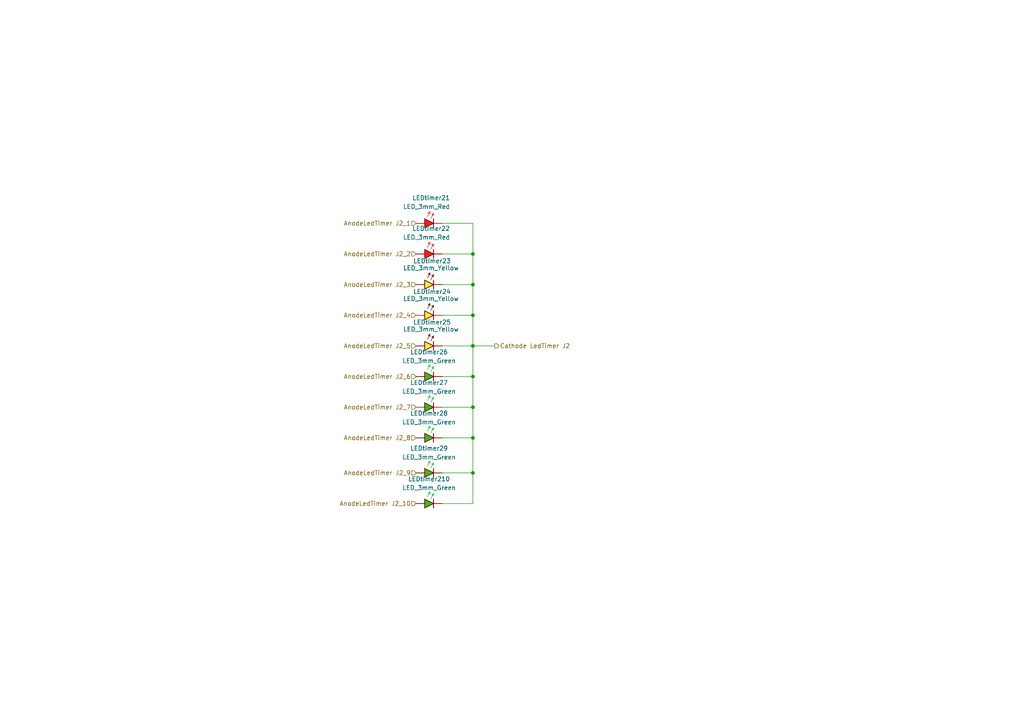
<source format=kicad_sch>
(kicad_sch (version 20231120) (generator "eeschema") (generator_version "8.0")
  (paper "A4")
  (lib_symbols
    (symbol "PCM_LED_AKL:LED_3mm_Green" (pin_numbers hide) (pin_names (offset 1.016) hide)
      (property "Reference" "LED" (at 0 7.62 0))
      (property "Value" "LED_3mm_Green" (at 0 5.08 0))
      (symbol "LED_3mm_Green_0_1"
        (polyline (pts (xy -0.508 1.905) (xy 0.254 3.429)) (stroke (width 0.1524) (color 30 200 30 1)))
        (polyline (pts (xy 0.508 1.397) (xy 1.27 2.921)) (stroke (width 0.1524) (color 30 200 30 1)))
        (polyline (pts (xy 1.27 1.27) (xy 1.27 -1.27)) (stroke (width 0.254)))
        (polyline (pts (xy -1.27 1.27) (xy -1.27 -1.27) (xy 1.27 0) (xy -1.27 1.27)) (stroke (width 0.254)) (fill (type color) (color 30 200 30 1)))
        (polyline (pts (xy 0.254 2.794) (xy -0.254 3.048) (xy 0.254 3.429) (xy 0.254 2.794)) (stroke (width 0) (color 30 200 30 1)) (fill (type outline)))
        (polyline (pts (xy 1.27 2.286) (xy 0.762 2.54) (xy 1.27 2.921) (xy 1.27 2.286)) (stroke (width 0.1524) (color 30 200 30 1)) (fill (type outline)))
      )
      (symbol "LED_3mm_Green_0_2"
        (polyline (pts (xy -2.54 -2.54) (xy -0.889 -0.889)))
        (polyline (pts (xy -1.651 0.889) (xy -2.159 2.413)) (stroke (width 0) (color 30 200 30 1)))
        (polyline (pts (xy -0.508 1.27) (xy -1.016 2.794)) (stroke (width 0) (color 30 200 30 1)))
        (polyline (pts (xy 0 1.778) (xy 1.778 0)) (stroke (width 0.254)))
        (polyline (pts (xy 0.889 0.889) (xy 2.54 2.54)))
        (polyline (pts (xy -0.889 -0.889) (xy -1.778 0) (xy 0.889 0.889) (xy 0 -1.778) (xy -0.889 -0.889)) (stroke (width 0.254)) (fill (type color) (color 30 200 30 1)))
      )
      (symbol "LED_3mm_Green_1_1"
        (pin passive line (at 3.81 0 180) (length 2.54) (name "K") (number "1"))
        (pin passive line (at -3.81 0 0) (length 2.54) (name "A") (number "2"))
      )
      (symbol "LED_3mm_Green_1_2"
        (polyline (pts (xy -2.159 2.413) (xy -2.286 1.778) (xy -1.6764 1.9812) (xy -2.159 2.413)) (stroke (width 0) (color 30 200 30 1)) (fill (type outline)))
        (polyline (pts (xy -1.016 2.794) (xy -1.143 2.159) (xy -0.5334 2.3622) (xy -1.016 2.794)) (stroke (width 0) (color 30 200 30 1)) (fill (type outline)))
        (pin passive line (at 2.54 2.54 180) (length 0) (name "K") (number "1"))
        (pin passive line (at -2.54 -2.54 0) (length 0) (name "A") (number "2"))
      )
    )
    (symbol "PCM_LED_AKL:LED_3mm_Red" (pin_numbers hide) (pin_names (offset 1.016) hide)
      (property "Reference" "LED" (at 0 7.62 0))
      (property "Value" "LED_3mm_Red" (at 0 5.08 0))
      (symbol "LED_3mm_Red_0_1"
        (polyline (pts (xy -0.508 1.905) (xy 0.254 3.429)) (stroke (width 0.1524) (color 240 30 30 1)))
        (polyline (pts (xy 0.508 1.397) (xy 1.27 2.921)) (stroke (width 0.1524) (color 240 30 30 1)))
        (polyline (pts (xy 1.27 1.27) (xy 1.27 -1.27)) (stroke (width 0.254)))
        (polyline (pts (xy -1.27 1.27) (xy -1.27 -1.27) (xy 1.27 0) (xy -1.27 1.27)) (stroke (width 0.254)) (fill (type color) (color 240 30 30 1)))
        (polyline (pts (xy 0.254 2.794) (xy -0.254 3.048) (xy 0.254 3.429) (xy 0.254 2.794)) (stroke (width 0) (color 240 30 30 1)) (fill (type outline)))
        (polyline (pts (xy 1.27 2.286) (xy 0.762 2.54) (xy 1.27 2.921) (xy 1.27 2.286)) (stroke (width 0.1524) (color 240 30 30 1)) (fill (type outline)))
      )
      (symbol "LED_3mm_Red_0_2"
        (polyline (pts (xy -2.54 -2.54) (xy -0.889 -0.889)))
        (polyline (pts (xy -1.651 0.889) (xy -2.159 2.413)) (stroke (width 0) (color 240 30 30 1)))
        (polyline (pts (xy -0.508 1.27) (xy -1.016 2.794)) (stroke (width 0) (color 240 30 30 1)))
        (polyline (pts (xy 0 1.778) (xy 1.778 0)) (stroke (width 0.254)))
        (polyline (pts (xy 0.889 0.889) (xy 2.54 2.54)))
        (polyline (pts (xy -0.889 -0.889) (xy -1.778 0) (xy 0.889 0.889) (xy 0 -1.778) (xy -0.889 -0.889)) (stroke (width 0.254)) (fill (type color) (color 240 30 30 1)))
      )
      (symbol "LED_3mm_Red_1_1"
        (pin passive line (at 3.81 0 180) (length 2.54) (name "K") (number "1"))
        (pin passive line (at -3.81 0 0) (length 2.54) (name "A") (number "2"))
      )
      (symbol "LED_3mm_Red_1_2"
        (polyline (pts (xy -2.159 2.413) (xy -2.286 1.778) (xy -1.6764 1.9812) (xy -2.159 2.413)) (stroke (width 0) (color 240 30 30 1)) (fill (type outline)))
        (polyline (pts (xy -1.016 2.794) (xy -1.143 2.159) (xy -0.5334 2.3622) (xy -1.016 2.794)) (stroke (width 0) (color 240 30 30 1)) (fill (type outline)))
        (pin passive line (at 2.54 2.54 180) (length 0) (name "K") (number "1"))
        (pin passive line (at -2.54 -2.54 0) (length 0) (name "A") (number "2"))
      )
    )
    (symbol "PCM_LED_AKL:LED_3mm_Yellow" (pin_numbers hide) (pin_names (offset 1.016) hide)
      (property "Reference" "LED" (at 0 7.62 0))
      (property "Value" "LED_3mm_Yellow" (at 0 5.08 0))
      (symbol "LED_3mm_Yellow_0_1"
        (polyline (pts (xy -0.508 1.905) (xy 0.254 3.429)) (stroke (width 0.1524)) (fill (type color)))
        (polyline (pts (xy 0.508 1.397) (xy 1.27 2.921)) (stroke (width 0.1524)) (fill (type outline)))
        (polyline (pts (xy 1.27 1.27) (xy 1.27 -1.27)) (stroke (width 0.254)))
        (polyline (pts (xy -1.27 1.27) (xy -1.27 -1.27) (xy 1.27 0) (xy -1.27 1.27)) (stroke (width 0.254)) (fill (type color) (color 255 245 45 1)))
        (polyline (pts (xy 0.254 2.794) (xy -0.254 3.048) (xy 0.254 3.429) (xy 0.254 2.794)) (fill (type outline)))
        (polyline (pts (xy 1.27 2.286) (xy 0.762 2.54) (xy 1.27 2.921) (xy 1.27 2.286)) (stroke (width 0.1524)) (fill (type outline)))
      )
      (symbol "LED_3mm_Yellow_0_2"
        (polyline (pts (xy -2.54 -2.54) (xy -0.889 -0.889)))
        (polyline (pts (xy -1.651 0.889) (xy -2.159 2.413)))
        (polyline (pts (xy -0.508 1.27) (xy -1.016 2.794)))
        (polyline (pts (xy 0 1.778) (xy 1.778 0)) (stroke (width 0.254)))
        (polyline (pts (xy 0.889 0.889) (xy 2.54 2.54)))
        (polyline (pts (xy -2.159 2.413) (xy -2.286 1.778) (xy -1.6764 1.9812) (xy -2.159 2.413)) (fill (type outline)))
        (polyline (pts (xy -1.016 2.794) (xy -1.143 2.159) (xy -0.5334 2.3622) (xy -1.016 2.794)) (fill (type outline)))
        (polyline (pts (xy -0.889 -0.889) (xy -1.778 0) (xy 0.889 0.889) (xy 0 -1.778) (xy -0.889 -0.889)) (stroke (width 0.254)) (fill (type color) (color 255 245 45 1)))
      )
      (symbol "LED_3mm_Yellow_1_1"
        (pin passive line (at 3.81 0 180) (length 2.54) (name "K") (number "1"))
        (pin passive line (at -3.81 0 0) (length 2.54) (name "A") (number "2"))
      )
      (symbol "LED_3mm_Yellow_1_2"
        (pin passive line (at 2.54 2.54 180) (length 0) (name "K") (number "1"))
        (pin passive line (at -2.54 -2.54 0) (length 0) (name "A") (number "2"))
      )
    )
  )
  (junction (at 137.16 82.55))
  (junction (at 137.16 100.33))
  (junction (at 137.16 127))
  (junction (at 137.16 118.11))
  (junction (at 137.16 91.44))
  (junction (at 137.16 137.16))
  (junction (at 137.16 73.66))
  (junction (at 137.16 109.22))
  (wire (pts (xy 128.27 127) (xy 137.16 127)))
  (wire (pts (xy 128.27 137.16) (xy 137.16 137.16)))
  (wire (pts (xy 137.16 100.33) (xy 137.16 91.44)))
  (wire (pts (xy 128.27 100.33) (xy 137.16 100.33)))
  (wire (pts (xy 137.16 137.16) (xy 137.16 146.05)))
  (wire (pts (xy 137.16 127) (xy 137.16 137.16)))
  (wire (pts (xy 128.27 109.22) (xy 137.16 109.22)))
  (wire (pts (xy 137.16 82.55) (xy 137.16 73.66)))
  (wire (pts (xy 128.27 64.77) (xy 137.16 64.77)))
  (wire (pts (xy 137.16 109.22) (xy 137.16 100.33)))
  (wire (pts (xy 137.16 91.44) (xy 137.16 82.55)))
  (wire (pts (xy 128.27 82.55) (xy 137.16 82.55)))
  (wire (pts (xy 128.27 146.05) (xy 137.16 146.05)))
  (wire (pts (xy 137.16 118.11) (xy 137.16 109.22)))
  (wire (pts (xy 137.16 100.33) (xy 143.51 100.33)))
  (wire (pts (xy 137.16 127) (xy 137.16 118.11)))
  (wire (pts (xy 137.16 73.66) (xy 128.27 73.66)))
  (wire (pts (xy 137.16 64.77) (xy 137.16 73.66)))
  (wire (pts (xy 128.27 91.44) (xy 137.16 91.44)))
  (wire (pts (xy 128.27 118.11) (xy 137.16 118.11)))
  (hierarchical_label "AnodeLedTimer J2_1" (shape input) (at 120.65 64.77 180))
  (hierarchical_label "AnodeLedTimer J2_3" (shape input) (at 120.65 82.55 180))
  (hierarchical_label "Cathode LedTimer J2" (shape output) (at 143.51 100.33 0))
  (hierarchical_label "AnodeLedTimer J2_6" (shape input) (at 120.65 109.22 180))
  (hierarchical_label "AnodeLedTimer J2_4" (shape input) (at 120.65 91.44 180))
  (hierarchical_label "AnodeLedTimer J2_10" (shape input) (at 120.65 146.05 180))
  (hierarchical_label "AnodeLedTimer J2_9" (shape input) (at 120.65 137.16 180))
  (hierarchical_label "AnodeLedTimer J2_7" (shape input) (at 120.65 118.11 180))
  (hierarchical_label "AnodeLedTimer J2_8" (shape input) (at 120.65 127 180))
  (hierarchical_label "AnodeLedTimer J2_2" (shape input) (at 120.65 73.66 180))
  (hierarchical_label "AnodeLedTimer J2_5" (shape input) (at 120.65 100.33 180))
  (symbol (lib_id "PCM_LED_AKL:LED_3mm_Red") (at 124.46 64.77 0) (unit 1)
    (property "Reference" "LEDtimer21" (at 130.556 57.404 0) (effects (justify right)))
    (property "Value" "LED_3mm_Red" (at 130.556 59.944 0) (effects (justify right)))
    (property "Footprint" "PCM_LED_THT_AKL:LED_D3.0mm" (effects (hide yes)))
    (property "Description" "Red LED, 3mm THT, Alternate KiCad Library" (effects (hide yes)))
    (property "LCSC Part #" "C84774" (effects (hide yes)))
  )
  (symbol (lib_id "PCM_LED_AKL:LED_3mm_Green") (at 124.46 137.16 0) (unit 1)
    (property "Reference" "LEDtimer29" (at 124.46 130.048 0))
    (property "Value" "LED_3mm_Green" (at 124.46 132.588 0))
    (property "Footprint" "PCM_LED_THT_AKL:LED_D3.0mm" (effects (hide yes)))
    (property "Description" "Green LED, 3mm THT, Alternate KiCad Library" (effects (hide yes)))
    (property "LCSC Part #" "C5907154" (effects (hide yes)))
  )
  (symbol (lib_id "PCM_LED_AKL:LED_3mm_Red") (at 124.46 73.66 0) (unit 1)
    (property "Reference" "LEDtimer22" (at 130.556 66.294 0) (effects (justify right)))
    (property "Value" "LED_3mm_Red" (at 130.556 68.834 0) (effects (justify right)))
    (property "Footprint" "PCM_LED_THT_AKL:LED_D3.0mm" (effects (hide yes)))
    (property "Description" "Red LED, 3mm THT, Alternate KiCad Library" (effects (hide yes)))
    (property "LCSC Part #" "C84774" (effects (hide yes)))
  )
  (symbol (lib_id "PCM_LED_AKL:LED_3mm_Green") (at 124.46 109.22 0) (unit 1)
    (property "Reference" "LEDtimer26" (at 124.46 102.108 0))
    (property "Value" "LED_3mm_Green" (at 124.46 104.648 0))
    (property "Footprint" "PCM_LED_THT_AKL:LED_D3.0mm" (effects (hide yes)))
    (property "Description" "Green LED, 3mm THT, Alternate KiCad Library" (effects (hide yes)))
    (property "LCSC Part #" "C5907154" (effects (hide yes)))
  )
  (symbol (lib_id "PCM_LED_AKL:LED_3mm_Yellow") (at 124.46 100.33 0) (unit 1)
    (property "Reference" "LEDtimer25" (at 130.81 93.472 0) (effects (justify right)))
    (property "Value" "LED_3mm_Yellow" (at 133.096 95.504 0) (effects (justify right)))
    (property "Footprint" "PCM_LED_THT_AKL:LED_D3.0mm" (effects (hide yes)))
    (property "Description" "Yellow LED, 3mm THT, Alternate KiCad Library" (effects (hide yes)))
    (property "LCSC Part #" "C2895472" (effects (hide yes)))
  )
  (symbol (lib_id "PCM_LED_AKL:LED_3mm_Yellow") (at 124.46 82.55 0) (unit 1)
    (property "Reference" "LEDtimer23" (at 130.81 75.692 0) (effects (justify right)))
    (property "Value" "LED_3mm_Yellow" (at 133.096 77.724 0) (effects (justify right)))
    (property "Footprint" "PCM_LED_THT_AKL:LED_D3.0mm" (effects (hide yes)))
    (property "Description" "Yellow LED, 3mm THT, Alternate KiCad Library" (effects (hide yes)))
    (property "LCSC Part #" "C2895472" (effects (hide yes)))
  )
  (symbol (lib_id "PCM_LED_AKL:LED_3mm_Green") (at 124.46 118.11 0) (unit 1)
    (property "Reference" "LEDtimer27" (at 124.46 110.998 0))
    (property "Value" "LED_3mm_Green" (at 124.46 113.538 0))
    (property "Footprint" "PCM_LED_THT_AKL:LED_D3.0mm" (effects (hide yes)))
    (property "Description" "Green LED, 3mm THT, Alternate KiCad Library" (effects (hide yes)))
    (property "LCSC Part #" "C5907154" (effects (hide yes)))
  )
  (symbol (lib_id "PCM_LED_AKL:LED_3mm_Green") (at 124.46 127 0) (unit 1)
    (property "Reference" "LEDtimer28" (at 124.46 119.888 0))
    (property "Value" "LED_3mm_Green" (at 124.46 122.428 0))
    (property "Footprint" "PCM_LED_THT_AKL:LED_D3.0mm" (effects (hide yes)))
    (property "Description" "Green LED, 3mm THT, Alternate KiCad Library" (effects (hide yes)))
    (property "LCSC Part #" "C5907154" (effects (hide yes)))
  )
  (symbol (lib_id "PCM_LED_AKL:LED_3mm_Yellow") (at 124.46 91.44 0) (unit 1)
    (property "Reference" "LEDtimer24" (at 130.81 84.582 0) (effects (justify right)))
    (property "Value" "LED_3mm_Yellow" (at 133.096 86.614 0) (effects (justify right)))
    (property "Footprint" "PCM_LED_THT_AKL:LED_D3.0mm" (effects (hide yes)))
    (property "Description" "Yellow LED, 3mm THT, Alternate KiCad Library" (effects (hide yes)))
    (property "LCSC Part #" "C2895472" (effects (hide yes)))
  )
  (symbol (lib_id "PCM_LED_AKL:LED_3mm_Green") (at 124.46 146.05 0) (unit 1)
    (property "Reference" "LEDtimer210" (at 124.46 138.938 0))
    (property "Value" "LED_3mm_Green" (at 124.46 141.478 0))
    (property "Footprint" "PCM_LED_THT_AKL:LED_D3.0mm" (effects (hide yes)))
    (property "Description" "Green LED, 3mm THT, Alternate KiCad Library" (effects (hide yes)))
    (property "LCSC Part #" "C5907154" (effects (hide yes)))
  )
)
</source>
